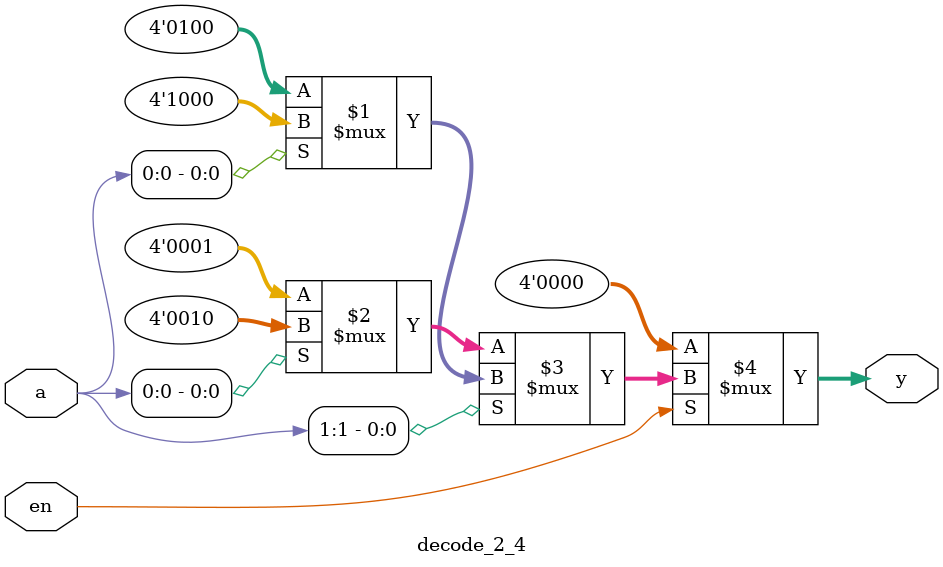
<source format=sv>
`timescale 1ns / 1ps


module decode_2_4(
        input logic en,
        input logic [1:0] a,
        output logic [3:0] y
    );
    
    assign y = (en)? (a[1]) ? (a[0]) ? 4'b1000 : 4'b0100 : (a[0]) ? 4'b0010 : 4'b0001 : 4'b0000;
endmodule

</source>
